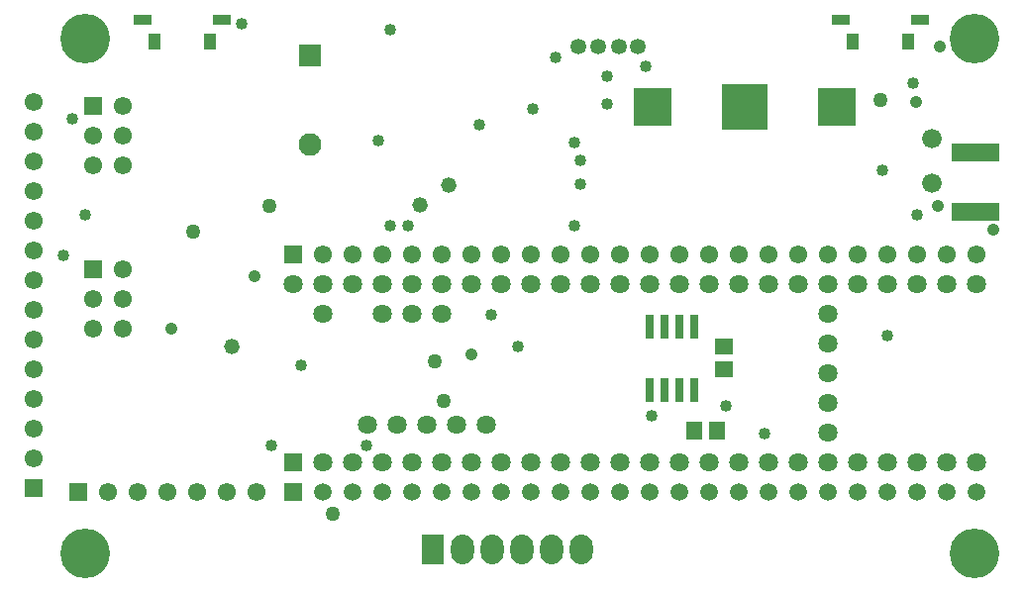
<source format=gbs>
G04 DipTrace 3.2.0.1*
G04 Teensy3.6TouchDisplayLoRaV03.gbs*
%MOIN*%
G04 #@! TF.FileFunction,Soldermask,Bot*
G04 #@! TF.Part,Single*
%AMOUTLINE1*
4,1,4,
-0.0185,0.026,
-0.0185,-0.026,
0.0185,-0.026,
0.0185,0.026,
-0.0185,0.026,
0*%
%AMOUTLINE3*
4,1,4,
0.0285,0.0155,
-0.0285,0.0155,
-0.0285,-0.0155,
0.0285,-0.0155,
0.0285,0.0155,
0*%
%AMOUTLINE6*
4,1,4,
0.08,-0.03,
0.08,0.03,
-0.08,0.03,
-0.08,-0.03,
0.08,-0.03,
0*%
%ADD13C,0.04*%
%ADD29C,0.05*%
%ADD32C,0.066*%
%ADD39R,0.059055X0.059055*%
%ADD40C,0.059055*%
%ADD42C,0.05315*%
%ADD51R,0.064173X0.064173*%
%ADD52C,0.064173*%
%ADD58R,0.156X0.156*%
%ADD59R,0.125X0.125*%
%ADD66C,0.167*%
%ADD68C,0.042*%
%ADD70C,0.052*%
%ADD82R,0.025622X0.08074*%
%ADD88C,0.076803*%
%ADD90R,0.076803X0.076803*%
%ADD100C,0.061055*%
%ADD102R,0.061055X0.061055*%
%ADD104O,0.076803X0.100425*%
%ADD106R,0.076803X0.100425*%
%ADD110R,0.061055X0.053181*%
%ADD112R,0.053181X0.061055*%
%ADD121OUTLINE1*%
%ADD123OUTLINE3*%
%ADD126OUTLINE6*%
%FSLAX26Y26*%
G04*
G70*
G90*
G75*
G01*
G04 BotMask*
%LPD*%
D70*
X1793583Y1685209D3*
X1892630Y1751251D3*
X1162370Y1206116D3*
D68*
X1968536Y1181118D3*
X3723819Y1602332D3*
X1237362Y1443591D3*
X3537121Y1681066D3*
X3465903Y2031122D3*
X3543370Y2218509D3*
X956142Y1268609D3*
D66*
X3661418Y511811D3*
X669292D3*
Y2244095D3*
X3661418D3*
D13*
X2249756Y2181013D3*
X1193617Y2293502D3*
X1656068Y1899793D3*
X1693701Y2273701D3*
X3349641Y1799803D3*
X1693701Y1613701D3*
D29*
X3343391Y2037278D3*
D13*
X2824696Y1006137D3*
X2953701Y913701D3*
X593701Y1513701D3*
X2313701Y1893701D3*
X2424738Y2024780D3*
Y2118520D3*
X1393596Y1143622D3*
X3468378Y1649819D3*
X2555974Y2149767D3*
X2124769Y1206116D3*
X2333701Y1833701D3*
Y1753701D3*
X2174764Y2006032D3*
X1993701Y1953701D3*
X3455879Y2093523D3*
X3368389Y1243612D3*
X668672Y1649819D3*
D29*
X1499835Y643675D3*
X1874795Y1024885D3*
X1843549Y1156121D3*
X1031134Y1593575D3*
X1287357Y1681066D3*
D13*
X624927Y1974785D3*
X2313701Y1613701D3*
X1753701D3*
X2033701Y1313701D3*
X2573701Y973701D3*
X1613701Y873701D3*
X1293701D3*
D32*
X3518701Y1756200D3*
D110*
X2818701Y1206103D3*
Y1131299D3*
D32*
X3518701Y1906200D3*
D106*
X1836614Y524937D3*
D104*
X1936614D3*
X2036614D3*
X2136614D3*
X2236614D3*
X2336614D3*
D102*
X493701Y731701D3*
D100*
Y831701D3*
Y931701D3*
Y1031701D3*
Y1131701D3*
Y1231701D3*
Y1331701D3*
Y1431701D3*
Y1531701D3*
Y1631701D3*
Y1731701D3*
Y1831701D3*
Y1931701D3*
Y2031701D3*
D42*
X2528701Y2218701D3*
X2463701D3*
X2393701D3*
X2328701D3*
D102*
X693701Y1468701D3*
D100*
X793701D3*
X693701Y1368701D3*
X793701D3*
X693701Y1268701D3*
X793701D3*
D102*
X693701Y2018701D3*
D100*
X793701D3*
X693701Y1918701D3*
X793701D3*
X693701Y1818701D3*
X793701D3*
D121*
X3251211Y2233701D3*
X3436211D3*
D123*
X3210711Y2308201D3*
X3476711D3*
D112*
X2718457Y924895D3*
X2793260D3*
D121*
X902378Y2233701D3*
X1087378D3*
D123*
X861878Y2308201D3*
X1127878D3*
D102*
X643701Y718701D3*
D100*
X743701D3*
X843701D3*
X943701D3*
X1043701D3*
X1143701D3*
X1243701D3*
D90*
X1424945Y2187055D3*
D88*
Y1887843D3*
D39*
X1368698Y718704D3*
D40*
X1468698D3*
X1568698D3*
X1668698D3*
X1768698D3*
X1868698D3*
X1968698D3*
X2068698D3*
X2168698D3*
X2268698D3*
X2368698D3*
X2468698D3*
X2568698D3*
X2668698D3*
X2768698D3*
X2868698D3*
X2968698D3*
X3068698D3*
X3168698D3*
X3268698D3*
X3368698D3*
X3468698D3*
X3568698D3*
X3668698D3*
D51*
X1368698Y818704D3*
D52*
X1468698D3*
X1568698D3*
X1668698D3*
X1768698D3*
X1868698D3*
X1968698D3*
X2068698D3*
X2168698D3*
X2268698D3*
X2368698D3*
X2468698D3*
X2568698D3*
X2668698D3*
X2768698D3*
X2868698D3*
X2968698D3*
X3068698D3*
X3168698D3*
X3268698D3*
X3368698D3*
X3468698D3*
X3568698D3*
X3668698D3*
X3168698Y918704D3*
Y1018704D3*
Y1118704D3*
Y1218704D3*
Y1318704D3*
Y1418704D3*
X3268698D3*
X3368698D3*
X3468698D3*
X3568698D3*
X3668698D3*
X3068698D3*
X2968698D3*
X2868698D3*
X2768698D3*
X2668698D3*
X2568698D3*
X2468698D3*
X2368698D3*
X2268698D3*
X2168698D3*
X2068698D3*
X1968698D3*
X1868698D3*
X1768698D3*
X1668698D3*
X1568698D3*
X1468698D3*
X1368698D3*
X1468698Y1318704D3*
X1668698D3*
X1768698D3*
X1868698D3*
X1618698Y943704D3*
X1718698D3*
X1818698D3*
X1918698D3*
X2018698D3*
D82*
X2718701Y1062402D3*
X2668701D3*
X2618701D3*
X2568701D3*
Y1275000D3*
X2618701D3*
X2668701D3*
X2718701D3*
D58*
X2887457Y2013692D3*
D59*
X3197457D3*
X2577457D3*
D102*
X1368698Y1518704D3*
D100*
X1468698D3*
X1568698D3*
X1668698D3*
X1768698D3*
X1868698D3*
X1968698D3*
X2068698D3*
X2168698D3*
X2268698D3*
X2368698D3*
X2468698D3*
X2568698D3*
X2668698D3*
X2768698D3*
X2868698D3*
X2968698D3*
X3068698D3*
X3168698D3*
X3268698D3*
X3368698D3*
X3468698D3*
X3568698D3*
X3668698D3*
D126*
X3663702Y1662449D3*
Y1862449D3*
M02*

</source>
